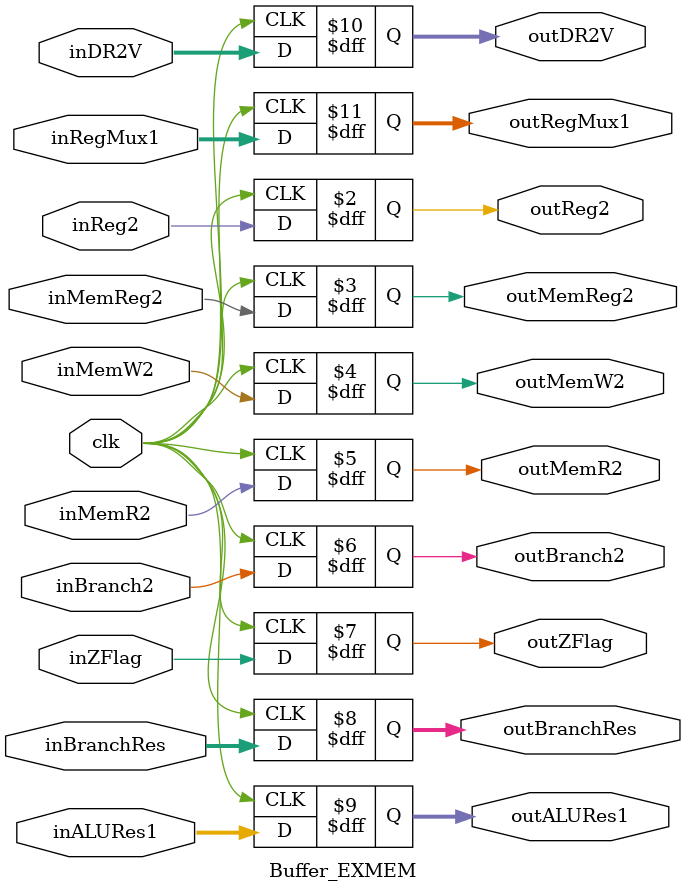
<source format=v>
module Buffer_EXMEM(
	input inReg2, inMemReg2, inMemW2, inMemR2, inBranch2, inZFlag, clk,
	input [31:0]inBranchRes, inALURes1, inDR2V,
	input [4:0]inRegMux1,
	output reg outReg2, outMemReg2, outMemW2, outMemR2, outBranch2, outZFlag,
	output reg [31:0]outBranchRes, outALURes1, outDR2V,
	output reg [4:0]outRegMux1
);

//2 - Declaracion de cables y registros

//3 - Cuerpo del modulo

//Bloque secuencial
always @(posedge clk)
begin
	outReg2 = inReg2;
	outMemReg2 = inMemReg2;
	outMemW2 = inMemW2;
	outMemR2 = inMemR2;
	outBranch2 = inBranch2;
	outZFlag = inZFlag;
	outBranchRes = inBranchRes;
	outALURes1 = inALURes1;
	outDR2V = inDR2V;
	outRegMux1 = inRegMux1;
end

endmodule

</source>
